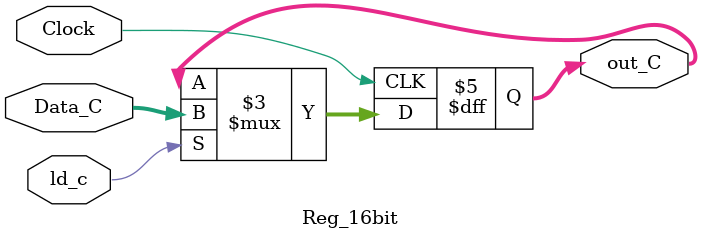
<source format=v>
module Part_I (Data_A, Data_B, Data_C, output_sel, Clock, ld_a, ld_b, ld_c, data_out);
	input [7:0]Data_A, Data_B;
	input [15:0]Data_C;
	input [1:0]output_sel;
	input ld_a, ld_b, ld_c;
	input Clock;
	wire [7:0]out_A, out_B;
	wire [15:0]out_C;
	output [15:0]data_out;
	
	
	Reg_8bit RegA(Data_A, ld_a, Clock, out_A);
	Reg_8bit RegB(Data_B, ld_b, Clock, out_B);
	Reg_16bit RegC(Data_C, ld_c, Clock, out_C);
	
	mux4to1 mux(out_A, out_B, out_C, output_sel, Clock, data_out);
endmodule
	
//mux
module mux4to1(Data_A, Data_B, Data_C, output_sel, Clock, data_out);
	input [7:0]Data_A, Data_B;
	input [15:0]Data_C;
	input [1:0]output_sel;
	input Clock;
	output reg [15:0]data_out;
	
	always@(posedge Clock)
		if(output_sel == 2'b00)
			data_out <= Data_A;
		else if(output_sel == 2'b01)
			data_out <= Data_B;
		else if(output_sel == 2'b10)
			data_out <= Data_C;
		else if(output_sel == 2'b11)
			data_out <= 16'b0;
endmodule
	
//registers
module Reg_8bit(Data, ld, Clock, out);
	input [7:0]Data;
	input ld;
	input Clock;
	output reg [7:0]out;
		
	always@(posedge Clock)
		if(ld == 1)
			out <= Data;
endmodule
	

module Reg_16bit(Data_C, ld_c, Clock, out_C);
	input [7:0]Data_C;
	input ld_c;
	input Clock;
	output reg [7:0]out_C;
		
	always@(posedge Clock)
		if(ld_c == 1)
			out_C <= Data_C;
endmodule


</source>
